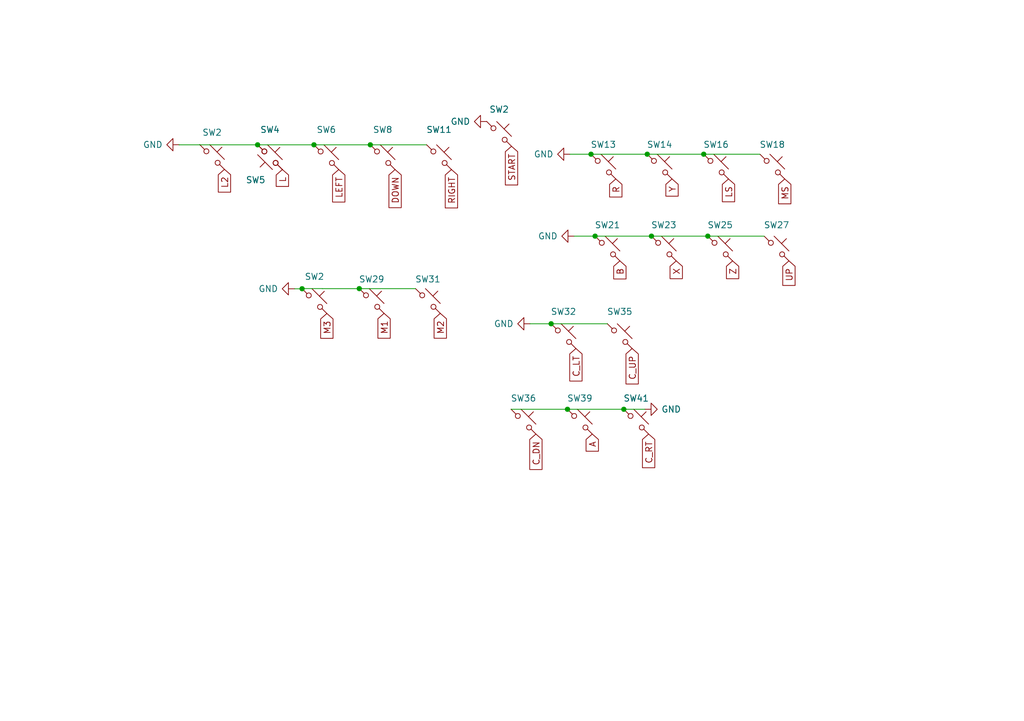
<source format=kicad_sch>
(kicad_sch (version 20230121) (generator eeschema)
  (paper "A5")
  (lib_symbols
    (symbol "marbastlib-mx:MX_SW_HS" (pin_numbers hide) (pin_names (offset 1.016) hide)
      (property "Reference" "SW" (at 3.048 1.016 0))
      (property "Value" "MX_SW_HS" (at 0 -3.81 0))
      (symbol "MX_SW_HS_0_1"
        (circle (center -1.1684 1.1684) (radius 0.508))
        (polyline (pts (xy -0.508 2.54) (xy 2.54 -0.508)))
        (polyline (pts (xy 1.016 1.016) (xy 2.032 2.032)))
        (polyline (pts (xy -2.54 2.54) (xy -1.524 1.524) (xy -1.524 1.524)))
        (polyline (pts (xy 1.524 -1.524) (xy 2.54 -2.54) (xy 2.54 -2.54) (xy 2.54 -2.54)))
        (circle (center 1.143 -1.1938) (radius 0.508))
        (pin passive line (at -2.54 2.54 0) (length 0) (name "1") (number "1"))
        (pin passive line (at 2.54 -2.54 180) (length 0) (name "2") (number "2"))
      )
    )
    (symbol "marbastlib-mx:MX_SW_solder" (pin_numbers hide) (pin_names (offset 1.016) hide)
      (property "Reference" "SW" (at 3.048 1.016 0))
      (property "Value" "MX_SW_solder" (at 0 -3.81 0))
      (symbol "MX_SW_solder_0_1"
        (circle (center -1.1684 1.1684) (radius 0.508))
        (polyline (pts (xy -0.508 2.54) (xy 2.54 -0.508)))
        (polyline (pts (xy 1.016 1.016) (xy 2.032 2.032)))
        (polyline (pts (xy -2.54 2.54) (xy -1.524 1.524) (xy -1.524 1.524)))
        (polyline (pts (xy 1.524 -1.524) (xy 2.54 -2.54) (xy 2.54 -2.54) (xy 2.54 -2.54)))
        (circle (center 1.143 -1.1938) (radius 0.508))
        (pin passive line (at -2.54 2.54 0) (length 0) (name "1") (number "1"))
        (pin passive line (at 2.54 -2.54 180) (length 0) (name "2") (number "2"))
      )
    )
    (symbol "power:GND" (power) (pin_names (offset 0))
      (property "Value" "GND" (at 0 -3.81 0))
      (symbol "GND_0_1"
        (polyline (pts (xy 0 0) (xy 0 -1.27) (xy 1.27 -1.27) (xy 0 -2.54) (xy -1.27 -1.27) (xy 0 -1.27)))
      )
      (symbol "GND_1_1"
        (pin power_in line (at 0 0 270) (length 0) hide (name "GND") (number "1"))
      )
    )
  )
  (junction (at 52.832 29.718))
  (junction (at 121.2088 31.6484))
  (junction (at 73.6854 59.2328))
  (junction (at 144.3228 31.6484))
  (junction (at 61.9534 59.2582))
  (junction (at 64.389 29.718))
  (junction (at 122.047 48.4632))
  (junction (at 132.7404 31.6484))
  (junction (at 133.604 48.4632))
  (junction (at 145.161 48.4632))
  (junction (at 116.3828 83.9978))
  (junction (at 75.946 29.718))
  (junction (at 127.9398 83.9978))
  (junction (at 113.03 66.4464))
  (wire (pts (xy 36.7426 29.718) (xy 36.7426 29.6944)))
  (wire (pts (xy 117.7544 48.4632) (xy 122.047 48.4632)))
  (wire (pts (xy 132.2578 83.9978) (xy 127.9398 83.9978)))
  (wire (pts (xy 116.8908 31.6484) (xy 121.2088 31.6484)))
  (wire (pts (xy 52.832 29.718) (xy 64.389 29.718)))
  (wire (pts (xy 40.953 29.718) (xy 40.953 29.6757)))
  (wire (pts (xy 73.6854 59.2328) (xy 85.217 59.2328)))
  (wire (pts (xy 104.8258 83.9978) (xy 116.3828 83.9978)))
  (wire (pts (xy 75.946 29.718) (xy 87.503 29.718)))
  (wire (pts (xy 145.161 48.4632) (xy 156.718 48.4632)))
  (wire (pts (xy 61.9534 59.2582) (xy 61.9534 59.2237)))
  (wire (pts (xy 108.712 66.4464) (xy 113.03 66.4464)))
  (wire (pts (xy 132.7404 31.6484) (xy 144.3228 31.6484)))
  (wire (pts (xy 144.3228 31.6484) (xy 155.8544 31.6484)))
  (wire (pts (xy 133.604 48.4632) (xy 145.161 48.4632)))
  (wire (pts (xy 66.1027 59.2328) (xy 73.6854 59.2328)))
  (wire (pts (xy 60.4203 59.2673) (xy 61.9534 59.2673)))
  (wire (pts (xy 122.047 48.4632) (xy 133.604 48.4632)))
  (wire (pts (xy 36.7426 29.718) (xy 52.832 29.718)))
  (wire (pts (xy 66.1027 59.2237) (xy 66.1027 59.2328)))
  (wire (pts (xy 113.03 66.4464) (xy 124.5616 66.4464)))
  (wire (pts (xy 61.9534 59.2237) (xy 66.1027 59.2237)))
  (wire (pts (xy 64.389 29.718) (xy 75.946 29.718)))
  (wire (pts (xy 61.9534 59.2673) (xy 61.9534 59.2582)))
  (wire (pts (xy 121.2088 31.6484) (xy 132.7404 31.6484)))
  (wire (pts (xy 116.3828 83.9978) (xy 127.9398 83.9978)))
  (global_label "DOWN" (shape input) (at 81.026 34.798 270) (property "Intersheetrefs" "${INTERSHEET_REFS}" (effects hide)))
  (global_label "RIGHT" (shape input) (at 92.583 34.798 270) (property "Intersheetrefs" "${INTERSHEET_REFS}" (effects hide)))
  (global_label "LEFT" (shape input) (at 69.469 34.798 270) (property "Intersheetrefs" "${INTERSHEET_REFS}" (effects hide)))
  (global_label "M2" (shape input) (at 90.297 64.3128 270) (property "Intersheetrefs" "${INTERSHEET_REFS}" (effects hide)))
  (global_label "Z" (shape input) (at 150.241 53.5432 270) (property "Intersheetrefs" "${INTERSHEET_REFS}" (effects hide)))
  (global_label "C_UP" (shape input) (at 129.6416 71.5264 270) (property "Intersheetrefs" "${INTERSHEET_REFS}" (effects hide)))
  (global_label "LS" (shape input) (at 149.4028 36.7284 270) (property "Intersheetrefs" "${INTERSHEET_REFS}" (effects hide)))
  (global_label "X" (shape input) (at 138.684 53.5432 270) (property "Intersheetrefs" "${INTERSHEET_REFS}" (effects hide)))
  (global_label "B" (shape input) (at 127.127 53.5432 270) (property "Intersheetrefs" "${INTERSHEET_REFS}" (effects hide)))
  (global_label "C_DN" (shape input) (at 109.9058 89.0778 270) (property "Intersheetrefs" "${INTERSHEET_REFS}" (effects hide)))
  (global_label "R" (shape input) (at 126.2888 36.7284 270) (property "Intersheetrefs" "${INTERSHEET_REFS}" (effects hide)))
  (global_label "M3" (shape input) (at 67.0334 64.3382 270) (property "Intersheetrefs" "${INTERSHEET_REFS}" (effects hide)))
  (global_label "C_RT" (shape input) (at 133.0198 89.0778 270) (property "Intersheetrefs" "${INTERSHEET_REFS}" (effects hide)))
  (global_label "L2" (shape input) (at 46.033 34.7557 270) (property "Intersheetrefs" "${INTERSHEET_REFS}" (effects hide)))
  (global_label "START" (shape input) (at 104.902 30.0228 270) (property "Intersheetrefs" "${INTERSHEET_REFS}" (effects hide)))
  (global_label "Y" (shape input) (at 137.8204 36.7284 270) (property "Intersheetrefs" "${INTERSHEET_REFS}" (effects hide)))
  (global_label "C_LT" (shape input) (at 118.11 71.5264 270) (property "Intersheetrefs" "${INTERSHEET_REFS}" (effects hide)))
  (global_label "A" (shape input) (at 121.4628 89.0778 270) (property "Intersheetrefs" "${INTERSHEET_REFS}" (effects hide)))
  (global_label "MS" (shape input) (at 160.9344 36.7284 270) (property "Intersheetrefs" "${INTERSHEET_REFS}" (effects hide)))
  (global_label "UP" (shape input) (at 161.798 53.5432 270) (property "Intersheetrefs" "${INTERSHEET_REFS}" (effects hide)))
  (global_label "L" (shape input) (at 57.912 34.798 270) (property "Intersheetrefs" "${INTERSHEET_REFS}" (effects hide)))
  (global_label "M1" (shape input) (at 78.7654 64.3128 270) (property "Intersheetrefs" "${INTERSHEET_REFS}" (effects hide)))
  (symbol (lib_id "marbastlib-mx:MX_SW_HS") (at 43.493 32.2157 0) (unit 1)
    (property "Reference" "SW2" (at 43.493 27.1865 0))
    (property "Value" "MX_SW_HS" (effects hide))
    (property "Footprint" "marbastlib-choc:SW_choc_HS_1u" (effects hide))
    (instances (project "OpenRectangleChocs" (path "" (reference "SW2") (unit 1)) (path "" (reference "SW43") (unit 1))))
  )
  (symbol (lib_id "marbastlib-mx:MX_SW_HS") (at 64.4934 61.7982 0) (unit 1)
    (property "Reference" "SW2" (at 64.4934 56.769 0))
    (property "Value" "MX_SW_HS" (effects hide))
    (property "Footprint" "marbastlib-choc:SW_choc_HS_1u" (effects hide))
    (instances (project "OpenRectangleChocs" (path "" (reference "SW2") (unit 1)) (path "" (reference "SW44") (unit 1))))
  )
  (symbol (lib_id "power:GND") (at 117.7544 48.4632 270) (unit 1)
    (property "Reference" "#PWR035" (effects hide))
    (property "Value" "GND" (at 114.4016 48.4631 90) (effects (justify right)))
  )
  (symbol (lib_id "marbastlib-mx:MX_SW_HS") (at 147.701 51.0032 0) (unit 1)
    (property "Reference" "SW25" (at 147.701 46.1772 0))
    (property "Value" "MX_SW_HS" (effects hide))
    (property "Footprint" "marbastlib-choc:SW_choc_HS_1u" (effects hide))
    (instances (project "OpenRectangleChocs" (path "" (reference "SW25") (unit 1)) (path "" (reference "SW24") (unit 1))))
  )
  (symbol (lib_id "power:GND") (at 60.4203 59.2673 270) (unit 1)
    (property "Reference" "#PWR036" (effects hide))
    (property "Value" "GND" (at 57.0675 59.2672 90) (effects (justify right)))
  )
  (symbol (lib_id "marbastlib-mx:MX_SW_HS") (at 136.144 51.0032 0) (unit 1)
    (property "Reference" "SW23" (at 136.144 46.1772 0))
    (property "Value" "MX_SW_HS" (effects hide))
    (property "Footprint" "marbastlib-choc:SW_choc_HS_1u" (effects hide))
    (instances (project "OpenRectangleChocs" (path "" (reference "SW23") (unit 1)) (path "" (reference "SW22") (unit 1))))
  )
  (symbol (lib_id "marbastlib-mx:MX_SW_solder") (at 55.372 32.258 180) (unit 1)
    (property "Reference" "SW5" (at 52.4256 36.9316 0))
    (property "Value" "MX_SW_solder" (effects hide))
    (property "Footprint" "marbastlib-choc:SW_choc_1u" (effects hide))
    (instances (project "OpenRectangleChocs" (path "" (reference "SW5") (unit 1)) (path "" (reference "SW4") (unit 1))))
  )
  (symbol (lib_id "marbastlib-mx:MX_SW_HS") (at 115.57 68.9864 0) (unit 1)
    (property "Reference" "SW32" (at 115.57 63.9572 0))
    (property "Value" "MX_SW_HS" (effects hide))
    (property "Footprint" "marbastlib-choc:SW_choc_HS_1u" (effects hide))
  )
  (symbol (lib_id "marbastlib-mx:MX_SW_HS") (at 130.4798 86.5378 0) (unit 1)
    (property "Reference" "SW41" (at 130.4798 81.7372 0))
    (property "Value" "MX_SW_HS" (effects hide))
    (property "Footprint" "marbastlib-choc:SW_choc_HS_1u" (effects hide))
    (instances (project "OpenRectangleChocs" (path "" (reference "SW41") (unit 1)) (path "" (reference "SW40") (unit 1))))
  )
  (symbol (lib_id "marbastlib-mx:MX_SW_HS") (at 102.362 27.4828 0) (unit 1)
    (property "Reference" "SW2" (at 102.362 22.4536 0))
    (property "Value" "MX_SW_HS" (effects hide))
    (property "Footprint" "marbastlib-choc:SW_choc_HS_1u" (effects hide))
  )
  (symbol (lib_id "marbastlib-mx:MX_SW_HS") (at 146.8628 34.1884 0) (unit 1)
    (property "Reference" "SW16" (at 146.8628 29.6672 0))
    (property "Value" "MX_SW_HS" (effects hide))
    (property "Footprint" "marbastlib-choc:SW_choc_HS_1u" (effects hide))
  )
  (symbol (lib_id "marbastlib-mx:MX_SW_HS") (at 158.3944 34.1884 0) (unit 1)
    (property "Reference" "SW18" (at 158.3944 29.6672 0))
    (property "Value" "MX_SW_HS" (effects hide))
    (property "Footprint" "marbastlib-choc:SW_choc_HS_1u" (effects hide))
  )
  (symbol (lib_id "power:GND") (at 108.712 66.4464 270) (unit 1)
    (property "Reference" "#PWR037" (effects hide))
    (property "Value" "GND" (at 105.3592 66.4463 90) (effects (justify right)))
  )
  (symbol (lib_id "marbastlib-mx:MX_SW_HS") (at 135.2804 34.1884 0) (unit 1)
    (property "Reference" "SW14" (at 135.2804 29.6672 0))
    (property "Value" "MX_SW_HS" (effects hide))
    (property "Footprint" "marbastlib-choc:SW_choc_HS_1u" (effects hide))
  )
  (symbol (lib_id "power:GND") (at 132.2578 83.9978 90) (unit 1)
    (property "Reference" "#PWR038" (effects hide))
    (property "Value" "GND" (at 135.6106 83.9979 90) (effects (justify right)))
  )
  (symbol (lib_id "marbastlib-mx:MX_SW_HS") (at 124.587 51.0032 0) (unit 1)
    (property "Reference" "SW21" (at 124.587 46.1772 0))
    (property "Value" "MX_SW_HS" (effects hide))
    (property "Footprint" "marbastlib-choc:SW_choc_HS_1u" (effects hide))
  )
  (symbol (lib_id "marbastlib-mx:MX_SW_HS") (at 159.258 51.0032 0) (unit 1)
    (property "Reference" "SW27" (at 159.258 46.1772 0))
    (property "Value" "MX_SW_HS" (effects hide))
    (property "Footprint" "marbastlib-choc:SW_choc_HS_1u" (effects hide))
    (instances (project "OpenRectangleChocs" (path "" (reference "SW27") (unit 1)) (path "" (reference "SW26") (unit 1))))
  )
  (symbol (lib_id "marbastlib-mx:MX_SW_HS") (at 55.372 32.258 0) (unit 1)
    (property "Reference" "SW4" (at 55.372 26.6192 0))
    (property "Value" "MX_SW_HS" (effects hide))
    (property "Footprint" "marbastlib-choc:SW_choc_HS_1u" (effects hide))
    (instances (project "OpenRectangleChocs" (path "" (reference "SW4") (unit 1)) (path "" (reference "SW5") (unit 1))))
  )
  (symbol (lib_id "marbastlib-mx:MX_SW_HS") (at 118.9228 86.5378 0) (unit 1)
    (property "Reference" "SW39" (at 118.9228 81.7372 0))
    (property "Value" "MX_SW_HS" (effects hide))
    (property "Footprint" "marbastlib-choc:SW_choc_HS_1u" (effects hide))
  )
  (symbol (lib_id "power:GND") (at 116.8908 31.6484 270) (unit 1)
    (property "Reference" "#PWR034" (effects hide))
    (property "Value" "GND" (at 113.538 31.6483 90) (effects (justify right)))
  )
  (symbol (lib_id "marbastlib-mx:MX_SW_HS") (at 76.2254 61.7728 0) (unit 1)
    (property "Reference" "SW29" (at 76.2254 57.3024 0))
    (property "Value" "MX_SW_HS" (effects hide))
    (property "Footprint" "marbastlib-choc:SW_choc_HS_1u" (effects hide))
    (instances (project "OpenRectangleChocs" (path "" (reference "SW29") (unit 1)) (path "" (reference "SW28") (unit 1))))
  )
  (symbol (lib_id "marbastlib-mx:MX_SW_HS") (at 107.3658 86.5378 0) (unit 1)
    (property "Reference" "SW36" (at 107.3658 81.7372 0))
    (property "Value" "MX_SW_HS" (effects hide))
    (property "Footprint" "marbastlib-choc:SW_choc_HS_1u" (effects hide))
  )
  (symbol (lib_id "marbastlib-mx:MX_SW_HS") (at 127.1016 68.9864 0) (unit 1)
    (property "Reference" "SW35" (at 127.1016 63.9572 0))
    (property "Value" "MX_SW_HS" (effects hide))
    (property "Footprint" "marbastlib-choc:SW_choc_HS_1u" (effects hide))
    (instances (project "OpenRectangleChocs" (path "" (reference "SW35") (unit 1)) (path "" (reference "SW34") (unit 1))))
  )
  (symbol (lib_id "marbastlib-mx:MX_SW_HS") (at 87.757 61.7728 0) (unit 1)
    (property "Reference" "SW31" (at 87.757 57.3024 0))
    (property "Value" "MX_SW_HS" (effects hide))
    (property "Footprint" "marbastlib-choc:SW_choc_HS_1u" (effects hide))
  )
  (symbol (lib_id "power:GND") (at 36.7426 29.6944 270) (unit 1)
    (property "Reference" "#PWR033" (effects hide))
    (property "Value" "GND" (at 33.3898 29.6943 90) (effects (justify right)))
  )
  (symbol (lib_id "marbastlib-mx:MX_SW_HS") (at 66.929 32.258 0) (unit 1)
    (property "Reference" "SW6" (at 66.929 26.6192 0))
    (property "Value" "MX_SW_HS" (effects hide))
    (property "Footprint" "marbastlib-choc:SW_choc_HS_1u" (effects hide))
  )
  (symbol (lib_id "power:GND") (at 99.822 24.9428 270) (unit 1)
    (property "Reference" "#PWR032" (effects hide))
    (property "Value" "GND" (at 96.4692 24.9427 90) (effects (justify right)))
  )
  (symbol (lib_id "marbastlib-mx:MX_SW_HS") (at 78.486 32.258 0) (unit 1)
    (property "Reference" "SW8" (at 78.486 26.6192 0))
    (property "Value" "MX_SW_HS" (effects hide))
    (property "Footprint" "marbastlib-choc:SW_choc_HS_1u" (effects hide))
    (instances (project "OpenRectangleChocs" (path "" (reference "SW8") (unit 1)) (path "" (reference "SW9") (unit 1))))
  )
  (symbol (lib_id "marbastlib-mx:MX_SW_HS") (at 123.7488 34.1884 0) (unit 1)
    (property "Reference" "SW13" (at 123.7488 29.6672 0))
    (property "Value" "MX_SW_HS" (effects hide))
    (property "Footprint" "marbastlib-choc:SW_choc_HS_1u" (effects hide))
  )
  (symbol (lib_id "marbastlib-mx:MX_SW_HS") (at 90.043 32.258 0) (unit 1)
    (property "Reference" "SW11" (at 90.043 26.6192 0))
    (property "Value" "MX_SW_HS" (effects hide))
    (property "Footprint" "marbastlib-choc:SW_choc_HS_1u" (effects hide))
  )
)
</source>
